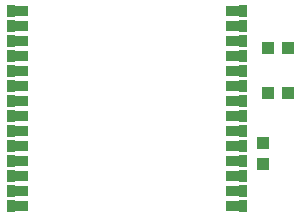
<source format=gbr>
G04 EAGLE Gerber RS-274X export*
G75*
%MOMM*%
%FSLAX34Y34*%
%LPD*%
%INSolderpaste Top*%
%IPPOS*%
%AMOC8*
5,1,8,0,0,1.08239X$1,22.5*%
G01*
%ADD10R,1.100000X1.000000*%
%ADD11R,1.000000X1.100000*%

G36*
X43690Y207299D02*
X43690Y207299D01*
X43692Y207298D01*
X43735Y207318D01*
X43779Y207336D01*
X43779Y207338D01*
X43781Y207339D01*
X43814Y207424D01*
X43814Y208314D01*
X55118Y208314D01*
X55120Y208315D01*
X55122Y208314D01*
X55165Y208334D01*
X55209Y208352D01*
X55209Y208354D01*
X55211Y208355D01*
X55244Y208440D01*
X55244Y216060D01*
X55243Y216062D01*
X55244Y216064D01*
X55224Y216107D01*
X55206Y216151D01*
X55204Y216151D01*
X55203Y216153D01*
X55118Y216186D01*
X43814Y216186D01*
X43814Y217076D01*
X43813Y217078D01*
X43814Y217080D01*
X43794Y217123D01*
X43776Y217167D01*
X43774Y217167D01*
X43773Y217169D01*
X43688Y217202D01*
X37592Y217202D01*
X37590Y217201D01*
X37588Y217202D01*
X37545Y217182D01*
X37501Y217164D01*
X37501Y217162D01*
X37499Y217161D01*
X37466Y217076D01*
X37466Y207424D01*
X37467Y207422D01*
X37466Y207420D01*
X37486Y207377D01*
X37504Y207333D01*
X37506Y207333D01*
X37507Y207331D01*
X37592Y207298D01*
X43688Y207298D01*
X43690Y207299D01*
G37*
G36*
X240032Y207299D02*
X240032Y207299D01*
X240034Y207298D01*
X240077Y207318D01*
X240121Y207336D01*
X240121Y207338D01*
X240123Y207339D01*
X240156Y207424D01*
X240156Y217076D01*
X240155Y217078D01*
X240156Y217080D01*
X240136Y217123D01*
X240118Y217167D01*
X240116Y217167D01*
X240115Y217169D01*
X240030Y217202D01*
X233934Y217202D01*
X233932Y217201D01*
X233930Y217202D01*
X233887Y217182D01*
X233843Y217164D01*
X233843Y217162D01*
X233841Y217161D01*
X233808Y217076D01*
X233808Y216186D01*
X222504Y216186D01*
X222502Y216185D01*
X222500Y216186D01*
X222457Y216166D01*
X222413Y216148D01*
X222413Y216146D01*
X222411Y216145D01*
X222378Y216060D01*
X222378Y208440D01*
X222379Y208438D01*
X222378Y208436D01*
X222398Y208393D01*
X222416Y208349D01*
X222418Y208349D01*
X222419Y208347D01*
X222504Y208314D01*
X233808Y208314D01*
X233808Y207424D01*
X233809Y207422D01*
X233808Y207420D01*
X233828Y207377D01*
X233846Y207333D01*
X233848Y207333D01*
X233849Y207331D01*
X233934Y207298D01*
X240030Y207298D01*
X240032Y207299D01*
G37*
G36*
X43690Y194599D02*
X43690Y194599D01*
X43692Y194598D01*
X43735Y194618D01*
X43779Y194636D01*
X43779Y194638D01*
X43781Y194639D01*
X43814Y194724D01*
X43814Y195614D01*
X55118Y195614D01*
X55120Y195615D01*
X55122Y195614D01*
X55165Y195634D01*
X55209Y195652D01*
X55209Y195654D01*
X55211Y195655D01*
X55244Y195740D01*
X55244Y203360D01*
X55243Y203362D01*
X55244Y203364D01*
X55224Y203407D01*
X55206Y203451D01*
X55204Y203451D01*
X55203Y203453D01*
X55118Y203486D01*
X43814Y203486D01*
X43814Y204376D01*
X43813Y204378D01*
X43814Y204380D01*
X43794Y204423D01*
X43776Y204467D01*
X43774Y204467D01*
X43773Y204469D01*
X43688Y204502D01*
X37592Y204502D01*
X37590Y204501D01*
X37588Y204502D01*
X37545Y204482D01*
X37501Y204464D01*
X37501Y204462D01*
X37499Y204461D01*
X37466Y204376D01*
X37466Y194724D01*
X37467Y194722D01*
X37466Y194720D01*
X37486Y194677D01*
X37504Y194633D01*
X37506Y194633D01*
X37507Y194631D01*
X37592Y194598D01*
X43688Y194598D01*
X43690Y194599D01*
G37*
G36*
X240032Y194599D02*
X240032Y194599D01*
X240034Y194598D01*
X240077Y194618D01*
X240121Y194636D01*
X240121Y194638D01*
X240123Y194639D01*
X240156Y194724D01*
X240156Y204376D01*
X240155Y204378D01*
X240156Y204380D01*
X240136Y204423D01*
X240118Y204467D01*
X240116Y204467D01*
X240115Y204469D01*
X240030Y204502D01*
X233934Y204502D01*
X233932Y204501D01*
X233930Y204502D01*
X233887Y204482D01*
X233843Y204464D01*
X233843Y204462D01*
X233841Y204461D01*
X233808Y204376D01*
X233808Y203486D01*
X222504Y203486D01*
X222502Y203485D01*
X222500Y203486D01*
X222457Y203466D01*
X222413Y203448D01*
X222413Y203446D01*
X222411Y203445D01*
X222378Y203360D01*
X222378Y195740D01*
X222379Y195738D01*
X222378Y195736D01*
X222398Y195693D01*
X222416Y195649D01*
X222418Y195649D01*
X222419Y195647D01*
X222504Y195614D01*
X233808Y195614D01*
X233808Y194724D01*
X233809Y194722D01*
X233808Y194720D01*
X233828Y194677D01*
X233846Y194633D01*
X233848Y194633D01*
X233849Y194631D01*
X233934Y194598D01*
X240030Y194598D01*
X240032Y194599D01*
G37*
G36*
X240032Y181899D02*
X240032Y181899D01*
X240034Y181898D01*
X240077Y181918D01*
X240121Y181936D01*
X240121Y181938D01*
X240123Y181939D01*
X240156Y182024D01*
X240156Y191676D01*
X240155Y191678D01*
X240156Y191680D01*
X240136Y191723D01*
X240118Y191767D01*
X240116Y191767D01*
X240115Y191769D01*
X240030Y191802D01*
X233934Y191802D01*
X233932Y191801D01*
X233930Y191802D01*
X233887Y191782D01*
X233843Y191764D01*
X233843Y191762D01*
X233841Y191761D01*
X233808Y191676D01*
X233808Y190786D01*
X222504Y190786D01*
X222502Y190785D01*
X222500Y190786D01*
X222457Y190766D01*
X222413Y190748D01*
X222413Y190746D01*
X222411Y190745D01*
X222378Y190660D01*
X222378Y183040D01*
X222379Y183038D01*
X222378Y183036D01*
X222398Y182993D01*
X222416Y182949D01*
X222418Y182949D01*
X222419Y182947D01*
X222504Y182914D01*
X233808Y182914D01*
X233808Y182024D01*
X233809Y182022D01*
X233808Y182020D01*
X233828Y181977D01*
X233846Y181933D01*
X233848Y181933D01*
X233849Y181931D01*
X233934Y181898D01*
X240030Y181898D01*
X240032Y181899D01*
G37*
G36*
X43690Y181899D02*
X43690Y181899D01*
X43692Y181898D01*
X43735Y181918D01*
X43779Y181936D01*
X43779Y181938D01*
X43781Y181939D01*
X43814Y182024D01*
X43814Y182914D01*
X55118Y182914D01*
X55120Y182915D01*
X55122Y182914D01*
X55165Y182934D01*
X55209Y182952D01*
X55209Y182954D01*
X55211Y182955D01*
X55244Y183040D01*
X55244Y190660D01*
X55243Y190662D01*
X55244Y190664D01*
X55224Y190707D01*
X55206Y190751D01*
X55204Y190751D01*
X55203Y190753D01*
X55118Y190786D01*
X43814Y190786D01*
X43814Y191676D01*
X43813Y191678D01*
X43814Y191680D01*
X43794Y191723D01*
X43776Y191767D01*
X43774Y191767D01*
X43773Y191769D01*
X43688Y191802D01*
X37592Y191802D01*
X37590Y191801D01*
X37588Y191802D01*
X37545Y191782D01*
X37501Y191764D01*
X37501Y191762D01*
X37499Y191761D01*
X37466Y191676D01*
X37466Y182024D01*
X37467Y182022D01*
X37466Y182020D01*
X37486Y181977D01*
X37504Y181933D01*
X37506Y181933D01*
X37507Y181931D01*
X37592Y181898D01*
X43688Y181898D01*
X43690Y181899D01*
G37*
G36*
X43690Y169199D02*
X43690Y169199D01*
X43692Y169198D01*
X43735Y169218D01*
X43779Y169236D01*
X43779Y169238D01*
X43781Y169239D01*
X43814Y169324D01*
X43814Y170214D01*
X55118Y170214D01*
X55120Y170215D01*
X55122Y170214D01*
X55165Y170234D01*
X55209Y170252D01*
X55209Y170254D01*
X55211Y170255D01*
X55244Y170340D01*
X55244Y177960D01*
X55243Y177962D01*
X55244Y177964D01*
X55224Y178007D01*
X55206Y178051D01*
X55204Y178051D01*
X55203Y178053D01*
X55118Y178086D01*
X43814Y178086D01*
X43814Y178976D01*
X43813Y178978D01*
X43814Y178980D01*
X43794Y179023D01*
X43776Y179067D01*
X43774Y179067D01*
X43773Y179069D01*
X43688Y179102D01*
X37592Y179102D01*
X37590Y179101D01*
X37588Y179102D01*
X37545Y179082D01*
X37501Y179064D01*
X37501Y179062D01*
X37499Y179061D01*
X37466Y178976D01*
X37466Y169324D01*
X37467Y169322D01*
X37466Y169320D01*
X37486Y169277D01*
X37504Y169233D01*
X37506Y169233D01*
X37507Y169231D01*
X37592Y169198D01*
X43688Y169198D01*
X43690Y169199D01*
G37*
G36*
X240032Y169199D02*
X240032Y169199D01*
X240034Y169198D01*
X240077Y169218D01*
X240121Y169236D01*
X240121Y169238D01*
X240123Y169239D01*
X240156Y169324D01*
X240156Y178976D01*
X240155Y178978D01*
X240156Y178980D01*
X240136Y179023D01*
X240118Y179067D01*
X240116Y179067D01*
X240115Y179069D01*
X240030Y179102D01*
X233934Y179102D01*
X233932Y179101D01*
X233930Y179102D01*
X233887Y179082D01*
X233843Y179064D01*
X233843Y179062D01*
X233841Y179061D01*
X233808Y178976D01*
X233808Y178086D01*
X222504Y178086D01*
X222502Y178085D01*
X222500Y178086D01*
X222457Y178066D01*
X222413Y178048D01*
X222413Y178046D01*
X222411Y178045D01*
X222378Y177960D01*
X222378Y170340D01*
X222379Y170338D01*
X222378Y170336D01*
X222398Y170293D01*
X222416Y170249D01*
X222418Y170249D01*
X222419Y170247D01*
X222504Y170214D01*
X233808Y170214D01*
X233808Y169324D01*
X233809Y169322D01*
X233808Y169320D01*
X233828Y169277D01*
X233846Y169233D01*
X233848Y169233D01*
X233849Y169231D01*
X233934Y169198D01*
X240030Y169198D01*
X240032Y169199D01*
G37*
G36*
X240032Y156499D02*
X240032Y156499D01*
X240034Y156498D01*
X240077Y156518D01*
X240121Y156536D01*
X240121Y156538D01*
X240123Y156539D01*
X240156Y156624D01*
X240156Y166276D01*
X240155Y166278D01*
X240156Y166280D01*
X240136Y166323D01*
X240118Y166367D01*
X240116Y166367D01*
X240115Y166369D01*
X240030Y166402D01*
X233934Y166402D01*
X233932Y166401D01*
X233930Y166402D01*
X233887Y166382D01*
X233843Y166364D01*
X233843Y166362D01*
X233841Y166361D01*
X233808Y166276D01*
X233808Y165386D01*
X222504Y165386D01*
X222502Y165385D01*
X222500Y165386D01*
X222457Y165366D01*
X222413Y165348D01*
X222413Y165346D01*
X222411Y165345D01*
X222378Y165260D01*
X222378Y157640D01*
X222379Y157638D01*
X222378Y157636D01*
X222398Y157593D01*
X222416Y157549D01*
X222418Y157549D01*
X222419Y157547D01*
X222504Y157514D01*
X233808Y157514D01*
X233808Y156624D01*
X233809Y156622D01*
X233808Y156620D01*
X233828Y156577D01*
X233846Y156533D01*
X233848Y156533D01*
X233849Y156531D01*
X233934Y156498D01*
X240030Y156498D01*
X240032Y156499D01*
G37*
G36*
X43690Y156499D02*
X43690Y156499D01*
X43692Y156498D01*
X43735Y156518D01*
X43779Y156536D01*
X43779Y156538D01*
X43781Y156539D01*
X43814Y156624D01*
X43814Y157514D01*
X55118Y157514D01*
X55120Y157515D01*
X55122Y157514D01*
X55165Y157534D01*
X55209Y157552D01*
X55209Y157554D01*
X55211Y157555D01*
X55244Y157640D01*
X55244Y165260D01*
X55243Y165262D01*
X55244Y165264D01*
X55224Y165307D01*
X55206Y165351D01*
X55204Y165351D01*
X55203Y165353D01*
X55118Y165386D01*
X43814Y165386D01*
X43814Y166276D01*
X43813Y166278D01*
X43814Y166280D01*
X43794Y166323D01*
X43776Y166367D01*
X43774Y166367D01*
X43773Y166369D01*
X43688Y166402D01*
X37592Y166402D01*
X37590Y166401D01*
X37588Y166402D01*
X37545Y166382D01*
X37501Y166364D01*
X37501Y166362D01*
X37499Y166361D01*
X37466Y166276D01*
X37466Y156624D01*
X37467Y156622D01*
X37466Y156620D01*
X37486Y156577D01*
X37504Y156533D01*
X37506Y156533D01*
X37507Y156531D01*
X37592Y156498D01*
X43688Y156498D01*
X43690Y156499D01*
G37*
G36*
X43690Y143799D02*
X43690Y143799D01*
X43692Y143798D01*
X43735Y143818D01*
X43779Y143836D01*
X43779Y143838D01*
X43781Y143839D01*
X43814Y143924D01*
X43814Y144814D01*
X55118Y144814D01*
X55120Y144815D01*
X55122Y144814D01*
X55165Y144834D01*
X55209Y144852D01*
X55209Y144854D01*
X55211Y144855D01*
X55244Y144940D01*
X55244Y152560D01*
X55243Y152562D01*
X55244Y152564D01*
X55224Y152607D01*
X55206Y152651D01*
X55204Y152651D01*
X55203Y152653D01*
X55118Y152686D01*
X43814Y152686D01*
X43814Y153576D01*
X43813Y153578D01*
X43814Y153580D01*
X43794Y153623D01*
X43776Y153667D01*
X43774Y153667D01*
X43773Y153669D01*
X43688Y153702D01*
X37592Y153702D01*
X37590Y153701D01*
X37588Y153702D01*
X37545Y153682D01*
X37501Y153664D01*
X37501Y153662D01*
X37499Y153661D01*
X37466Y153576D01*
X37466Y143924D01*
X37467Y143922D01*
X37466Y143920D01*
X37486Y143877D01*
X37504Y143833D01*
X37506Y143833D01*
X37507Y143831D01*
X37592Y143798D01*
X43688Y143798D01*
X43690Y143799D01*
G37*
G36*
X240032Y143799D02*
X240032Y143799D01*
X240034Y143798D01*
X240077Y143818D01*
X240121Y143836D01*
X240121Y143838D01*
X240123Y143839D01*
X240156Y143924D01*
X240156Y153576D01*
X240155Y153578D01*
X240156Y153580D01*
X240136Y153623D01*
X240118Y153667D01*
X240116Y153667D01*
X240115Y153669D01*
X240030Y153702D01*
X233934Y153702D01*
X233932Y153701D01*
X233930Y153702D01*
X233887Y153682D01*
X233843Y153664D01*
X233843Y153662D01*
X233841Y153661D01*
X233808Y153576D01*
X233808Y152686D01*
X222504Y152686D01*
X222502Y152685D01*
X222500Y152686D01*
X222457Y152666D01*
X222413Y152648D01*
X222413Y152646D01*
X222411Y152645D01*
X222378Y152560D01*
X222378Y144940D01*
X222379Y144938D01*
X222378Y144936D01*
X222398Y144893D01*
X222416Y144849D01*
X222418Y144849D01*
X222419Y144847D01*
X222504Y144814D01*
X233808Y144814D01*
X233808Y143924D01*
X233809Y143922D01*
X233808Y143920D01*
X233828Y143877D01*
X233846Y143833D01*
X233848Y143833D01*
X233849Y143831D01*
X233934Y143798D01*
X240030Y143798D01*
X240032Y143799D01*
G37*
G36*
X43690Y131099D02*
X43690Y131099D01*
X43692Y131098D01*
X43735Y131118D01*
X43779Y131136D01*
X43779Y131138D01*
X43781Y131139D01*
X43814Y131224D01*
X43814Y132114D01*
X55118Y132114D01*
X55120Y132115D01*
X55122Y132114D01*
X55165Y132134D01*
X55209Y132152D01*
X55209Y132154D01*
X55211Y132155D01*
X55244Y132240D01*
X55244Y139860D01*
X55243Y139862D01*
X55244Y139864D01*
X55224Y139907D01*
X55206Y139951D01*
X55204Y139951D01*
X55203Y139953D01*
X55118Y139986D01*
X43814Y139986D01*
X43814Y140876D01*
X43813Y140878D01*
X43814Y140880D01*
X43794Y140923D01*
X43776Y140967D01*
X43774Y140967D01*
X43773Y140969D01*
X43688Y141002D01*
X37592Y141002D01*
X37590Y141001D01*
X37588Y141002D01*
X37545Y140982D01*
X37501Y140964D01*
X37501Y140962D01*
X37499Y140961D01*
X37466Y140876D01*
X37466Y131224D01*
X37467Y131222D01*
X37466Y131220D01*
X37486Y131177D01*
X37504Y131133D01*
X37506Y131133D01*
X37507Y131131D01*
X37592Y131098D01*
X43688Y131098D01*
X43690Y131099D01*
G37*
G36*
X240032Y131099D02*
X240032Y131099D01*
X240034Y131098D01*
X240077Y131118D01*
X240121Y131136D01*
X240121Y131138D01*
X240123Y131139D01*
X240156Y131224D01*
X240156Y140876D01*
X240155Y140878D01*
X240156Y140880D01*
X240136Y140923D01*
X240118Y140967D01*
X240116Y140967D01*
X240115Y140969D01*
X240030Y141002D01*
X233934Y141002D01*
X233932Y141001D01*
X233930Y141002D01*
X233887Y140982D01*
X233843Y140964D01*
X233843Y140962D01*
X233841Y140961D01*
X233808Y140876D01*
X233808Y139986D01*
X222504Y139986D01*
X222502Y139985D01*
X222500Y139986D01*
X222457Y139966D01*
X222413Y139948D01*
X222413Y139946D01*
X222411Y139945D01*
X222378Y139860D01*
X222378Y132240D01*
X222379Y132238D01*
X222378Y132236D01*
X222398Y132193D01*
X222416Y132149D01*
X222418Y132149D01*
X222419Y132147D01*
X222504Y132114D01*
X233808Y132114D01*
X233808Y131224D01*
X233809Y131222D01*
X233808Y131220D01*
X233828Y131177D01*
X233846Y131133D01*
X233848Y131133D01*
X233849Y131131D01*
X233934Y131098D01*
X240030Y131098D01*
X240032Y131099D01*
G37*
G36*
X43690Y118399D02*
X43690Y118399D01*
X43692Y118398D01*
X43735Y118418D01*
X43779Y118436D01*
X43779Y118438D01*
X43781Y118439D01*
X43814Y118524D01*
X43814Y119414D01*
X55118Y119414D01*
X55120Y119415D01*
X55122Y119414D01*
X55165Y119434D01*
X55209Y119452D01*
X55209Y119454D01*
X55211Y119455D01*
X55244Y119540D01*
X55244Y127160D01*
X55243Y127162D01*
X55244Y127164D01*
X55224Y127207D01*
X55206Y127251D01*
X55204Y127251D01*
X55203Y127253D01*
X55118Y127286D01*
X43814Y127286D01*
X43814Y128176D01*
X43813Y128178D01*
X43814Y128180D01*
X43794Y128223D01*
X43776Y128267D01*
X43774Y128267D01*
X43773Y128269D01*
X43688Y128302D01*
X37592Y128302D01*
X37590Y128301D01*
X37588Y128302D01*
X37545Y128282D01*
X37501Y128264D01*
X37501Y128262D01*
X37499Y128261D01*
X37466Y128176D01*
X37466Y118524D01*
X37467Y118522D01*
X37466Y118520D01*
X37486Y118477D01*
X37504Y118433D01*
X37506Y118433D01*
X37507Y118431D01*
X37592Y118398D01*
X43688Y118398D01*
X43690Y118399D01*
G37*
G36*
X240032Y118399D02*
X240032Y118399D01*
X240034Y118398D01*
X240077Y118418D01*
X240121Y118436D01*
X240121Y118438D01*
X240123Y118439D01*
X240156Y118524D01*
X240156Y128176D01*
X240155Y128178D01*
X240156Y128180D01*
X240136Y128223D01*
X240118Y128267D01*
X240116Y128267D01*
X240115Y128269D01*
X240030Y128302D01*
X233934Y128302D01*
X233932Y128301D01*
X233930Y128302D01*
X233887Y128282D01*
X233843Y128264D01*
X233843Y128262D01*
X233841Y128261D01*
X233808Y128176D01*
X233808Y127286D01*
X222504Y127286D01*
X222502Y127285D01*
X222500Y127286D01*
X222457Y127266D01*
X222413Y127248D01*
X222413Y127246D01*
X222411Y127245D01*
X222378Y127160D01*
X222378Y119540D01*
X222379Y119538D01*
X222378Y119536D01*
X222398Y119493D01*
X222416Y119449D01*
X222418Y119449D01*
X222419Y119447D01*
X222504Y119414D01*
X233808Y119414D01*
X233808Y118524D01*
X233809Y118522D01*
X233808Y118520D01*
X233828Y118477D01*
X233846Y118433D01*
X233848Y118433D01*
X233849Y118431D01*
X233934Y118398D01*
X240030Y118398D01*
X240032Y118399D01*
G37*
G36*
X43690Y105699D02*
X43690Y105699D01*
X43692Y105698D01*
X43735Y105718D01*
X43779Y105736D01*
X43779Y105738D01*
X43781Y105739D01*
X43814Y105824D01*
X43814Y106714D01*
X55118Y106714D01*
X55120Y106715D01*
X55122Y106714D01*
X55165Y106734D01*
X55209Y106752D01*
X55209Y106754D01*
X55211Y106755D01*
X55244Y106840D01*
X55244Y114460D01*
X55243Y114462D01*
X55244Y114464D01*
X55224Y114507D01*
X55206Y114551D01*
X55204Y114551D01*
X55203Y114553D01*
X55118Y114586D01*
X43814Y114586D01*
X43814Y115476D01*
X43813Y115478D01*
X43814Y115480D01*
X43794Y115523D01*
X43776Y115567D01*
X43774Y115567D01*
X43773Y115569D01*
X43688Y115602D01*
X37592Y115602D01*
X37590Y115601D01*
X37588Y115602D01*
X37545Y115582D01*
X37501Y115564D01*
X37501Y115562D01*
X37499Y115561D01*
X37466Y115476D01*
X37466Y105824D01*
X37467Y105822D01*
X37466Y105820D01*
X37486Y105777D01*
X37504Y105733D01*
X37506Y105733D01*
X37507Y105731D01*
X37592Y105698D01*
X43688Y105698D01*
X43690Y105699D01*
G37*
G36*
X240032Y105699D02*
X240032Y105699D01*
X240034Y105698D01*
X240077Y105718D01*
X240121Y105736D01*
X240121Y105738D01*
X240123Y105739D01*
X240156Y105824D01*
X240156Y115476D01*
X240155Y115478D01*
X240156Y115480D01*
X240136Y115523D01*
X240118Y115567D01*
X240116Y115567D01*
X240115Y115569D01*
X240030Y115602D01*
X233934Y115602D01*
X233932Y115601D01*
X233930Y115602D01*
X233887Y115582D01*
X233843Y115564D01*
X233843Y115562D01*
X233841Y115561D01*
X233808Y115476D01*
X233808Y114586D01*
X222504Y114586D01*
X222502Y114585D01*
X222500Y114586D01*
X222457Y114566D01*
X222413Y114548D01*
X222413Y114546D01*
X222411Y114545D01*
X222378Y114460D01*
X222378Y106840D01*
X222379Y106838D01*
X222378Y106836D01*
X222398Y106793D01*
X222416Y106749D01*
X222418Y106749D01*
X222419Y106747D01*
X222504Y106714D01*
X233808Y106714D01*
X233808Y105824D01*
X233809Y105822D01*
X233808Y105820D01*
X233828Y105777D01*
X233846Y105733D01*
X233848Y105733D01*
X233849Y105731D01*
X233934Y105698D01*
X240030Y105698D01*
X240032Y105699D01*
G37*
G36*
X240032Y92999D02*
X240032Y92999D01*
X240034Y92998D01*
X240077Y93018D01*
X240121Y93036D01*
X240121Y93038D01*
X240123Y93039D01*
X240156Y93124D01*
X240156Y102776D01*
X240155Y102778D01*
X240156Y102780D01*
X240136Y102823D01*
X240118Y102867D01*
X240116Y102867D01*
X240115Y102869D01*
X240030Y102902D01*
X233934Y102902D01*
X233932Y102901D01*
X233930Y102902D01*
X233887Y102882D01*
X233843Y102864D01*
X233843Y102862D01*
X233841Y102861D01*
X233808Y102776D01*
X233808Y101886D01*
X222504Y101886D01*
X222502Y101885D01*
X222500Y101886D01*
X222457Y101866D01*
X222413Y101848D01*
X222413Y101846D01*
X222411Y101845D01*
X222378Y101760D01*
X222378Y94140D01*
X222379Y94138D01*
X222378Y94136D01*
X222398Y94093D01*
X222416Y94049D01*
X222418Y94049D01*
X222419Y94047D01*
X222504Y94014D01*
X233808Y94014D01*
X233808Y93124D01*
X233809Y93122D01*
X233808Y93120D01*
X233828Y93077D01*
X233846Y93033D01*
X233848Y93033D01*
X233849Y93031D01*
X233934Y92998D01*
X240030Y92998D01*
X240032Y92999D01*
G37*
G36*
X43690Y92999D02*
X43690Y92999D01*
X43692Y92998D01*
X43735Y93018D01*
X43779Y93036D01*
X43779Y93038D01*
X43781Y93039D01*
X43814Y93124D01*
X43814Y94014D01*
X55118Y94014D01*
X55120Y94015D01*
X55122Y94014D01*
X55165Y94034D01*
X55209Y94052D01*
X55209Y94054D01*
X55211Y94055D01*
X55244Y94140D01*
X55244Y101760D01*
X55243Y101762D01*
X55244Y101764D01*
X55224Y101807D01*
X55206Y101851D01*
X55204Y101851D01*
X55203Y101853D01*
X55118Y101886D01*
X43814Y101886D01*
X43814Y102776D01*
X43813Y102778D01*
X43814Y102780D01*
X43794Y102823D01*
X43776Y102867D01*
X43774Y102867D01*
X43773Y102869D01*
X43688Y102902D01*
X37592Y102902D01*
X37590Y102901D01*
X37588Y102902D01*
X37545Y102882D01*
X37501Y102864D01*
X37501Y102862D01*
X37499Y102861D01*
X37466Y102776D01*
X37466Y93124D01*
X37467Y93122D01*
X37466Y93120D01*
X37486Y93077D01*
X37504Y93033D01*
X37506Y93033D01*
X37507Y93031D01*
X37592Y92998D01*
X43688Y92998D01*
X43690Y92999D01*
G37*
G36*
X43690Y80299D02*
X43690Y80299D01*
X43692Y80298D01*
X43735Y80318D01*
X43779Y80336D01*
X43779Y80338D01*
X43781Y80339D01*
X43814Y80424D01*
X43814Y81314D01*
X55118Y81314D01*
X55120Y81315D01*
X55122Y81314D01*
X55165Y81334D01*
X55209Y81352D01*
X55209Y81354D01*
X55211Y81355D01*
X55244Y81440D01*
X55244Y89060D01*
X55243Y89062D01*
X55244Y89064D01*
X55224Y89107D01*
X55206Y89151D01*
X55204Y89151D01*
X55203Y89153D01*
X55118Y89186D01*
X43814Y89186D01*
X43814Y90076D01*
X43813Y90078D01*
X43814Y90080D01*
X43794Y90123D01*
X43776Y90167D01*
X43774Y90167D01*
X43773Y90169D01*
X43688Y90202D01*
X37592Y90202D01*
X37590Y90201D01*
X37588Y90202D01*
X37545Y90182D01*
X37501Y90164D01*
X37501Y90162D01*
X37499Y90161D01*
X37466Y90076D01*
X37466Y80424D01*
X37467Y80422D01*
X37466Y80420D01*
X37486Y80377D01*
X37504Y80333D01*
X37506Y80333D01*
X37507Y80331D01*
X37592Y80298D01*
X43688Y80298D01*
X43690Y80299D01*
G37*
G36*
X240032Y80299D02*
X240032Y80299D01*
X240034Y80298D01*
X240077Y80318D01*
X240121Y80336D01*
X240121Y80338D01*
X240123Y80339D01*
X240156Y80424D01*
X240156Y90076D01*
X240155Y90078D01*
X240156Y90080D01*
X240136Y90123D01*
X240118Y90167D01*
X240116Y90167D01*
X240115Y90169D01*
X240030Y90202D01*
X233934Y90202D01*
X233932Y90201D01*
X233930Y90202D01*
X233887Y90182D01*
X233843Y90164D01*
X233843Y90162D01*
X233841Y90161D01*
X233808Y90076D01*
X233808Y89186D01*
X222504Y89186D01*
X222502Y89185D01*
X222500Y89186D01*
X222457Y89166D01*
X222413Y89148D01*
X222413Y89146D01*
X222411Y89145D01*
X222378Y89060D01*
X222378Y81440D01*
X222379Y81438D01*
X222378Y81436D01*
X222398Y81393D01*
X222416Y81349D01*
X222418Y81349D01*
X222419Y81347D01*
X222504Y81314D01*
X233808Y81314D01*
X233808Y80424D01*
X233809Y80422D01*
X233808Y80420D01*
X233828Y80377D01*
X233846Y80333D01*
X233848Y80333D01*
X233849Y80331D01*
X233934Y80298D01*
X240030Y80298D01*
X240032Y80299D01*
G37*
G36*
X43690Y67599D02*
X43690Y67599D01*
X43692Y67598D01*
X43735Y67618D01*
X43779Y67636D01*
X43779Y67638D01*
X43781Y67639D01*
X43814Y67724D01*
X43814Y68614D01*
X55118Y68614D01*
X55120Y68615D01*
X55122Y68614D01*
X55165Y68634D01*
X55209Y68652D01*
X55209Y68654D01*
X55211Y68655D01*
X55244Y68740D01*
X55244Y76360D01*
X55243Y76362D01*
X55244Y76364D01*
X55224Y76407D01*
X55206Y76451D01*
X55204Y76451D01*
X55203Y76453D01*
X55118Y76486D01*
X43814Y76486D01*
X43814Y77376D01*
X43813Y77378D01*
X43814Y77380D01*
X43794Y77423D01*
X43776Y77467D01*
X43774Y77467D01*
X43773Y77469D01*
X43688Y77502D01*
X37592Y77502D01*
X37590Y77501D01*
X37588Y77502D01*
X37545Y77482D01*
X37501Y77464D01*
X37501Y77462D01*
X37499Y77461D01*
X37466Y77376D01*
X37466Y67724D01*
X37467Y67722D01*
X37466Y67720D01*
X37486Y67677D01*
X37504Y67633D01*
X37506Y67633D01*
X37507Y67631D01*
X37592Y67598D01*
X43688Y67598D01*
X43690Y67599D01*
G37*
G36*
X240032Y67599D02*
X240032Y67599D01*
X240034Y67598D01*
X240077Y67618D01*
X240121Y67636D01*
X240121Y67638D01*
X240123Y67639D01*
X240156Y67724D01*
X240156Y77376D01*
X240155Y77378D01*
X240156Y77380D01*
X240136Y77423D01*
X240118Y77467D01*
X240116Y77467D01*
X240115Y77469D01*
X240030Y77502D01*
X233934Y77502D01*
X233932Y77501D01*
X233930Y77502D01*
X233887Y77482D01*
X233843Y77464D01*
X233843Y77462D01*
X233841Y77461D01*
X233808Y77376D01*
X233808Y76486D01*
X222504Y76486D01*
X222502Y76485D01*
X222500Y76486D01*
X222457Y76466D01*
X222413Y76448D01*
X222413Y76446D01*
X222411Y76445D01*
X222378Y76360D01*
X222378Y68740D01*
X222379Y68738D01*
X222378Y68736D01*
X222398Y68693D01*
X222416Y68649D01*
X222418Y68649D01*
X222419Y68647D01*
X222504Y68614D01*
X233808Y68614D01*
X233808Y67724D01*
X233809Y67722D01*
X233808Y67720D01*
X233828Y67677D01*
X233846Y67633D01*
X233848Y67633D01*
X233849Y67631D01*
X233934Y67598D01*
X240030Y67598D01*
X240032Y67599D01*
G37*
G36*
X240032Y54899D02*
X240032Y54899D01*
X240034Y54898D01*
X240077Y54918D01*
X240121Y54936D01*
X240121Y54938D01*
X240123Y54939D01*
X240156Y55024D01*
X240156Y64676D01*
X240155Y64678D01*
X240156Y64680D01*
X240136Y64723D01*
X240118Y64767D01*
X240116Y64767D01*
X240115Y64769D01*
X240030Y64802D01*
X233934Y64802D01*
X233932Y64801D01*
X233930Y64802D01*
X233887Y64782D01*
X233843Y64764D01*
X233843Y64762D01*
X233841Y64761D01*
X233808Y64676D01*
X233808Y63786D01*
X222504Y63786D01*
X222502Y63785D01*
X222500Y63786D01*
X222457Y63766D01*
X222413Y63748D01*
X222413Y63746D01*
X222411Y63745D01*
X222378Y63660D01*
X222378Y56040D01*
X222379Y56038D01*
X222378Y56036D01*
X222398Y55993D01*
X222416Y55949D01*
X222418Y55949D01*
X222419Y55947D01*
X222504Y55914D01*
X233808Y55914D01*
X233808Y55024D01*
X233809Y55022D01*
X233808Y55020D01*
X233828Y54977D01*
X233846Y54933D01*
X233848Y54933D01*
X233849Y54931D01*
X233934Y54898D01*
X240030Y54898D01*
X240032Y54899D01*
G37*
G36*
X43690Y54899D02*
X43690Y54899D01*
X43692Y54898D01*
X43735Y54918D01*
X43779Y54936D01*
X43779Y54938D01*
X43781Y54939D01*
X43814Y55024D01*
X43814Y55914D01*
X55118Y55914D01*
X55120Y55915D01*
X55122Y55914D01*
X55165Y55934D01*
X55209Y55952D01*
X55209Y55954D01*
X55211Y55955D01*
X55244Y56040D01*
X55244Y63660D01*
X55243Y63662D01*
X55244Y63664D01*
X55224Y63707D01*
X55206Y63751D01*
X55204Y63751D01*
X55203Y63753D01*
X55118Y63786D01*
X43814Y63786D01*
X43814Y64676D01*
X43813Y64678D01*
X43814Y64680D01*
X43794Y64723D01*
X43776Y64767D01*
X43774Y64767D01*
X43773Y64769D01*
X43688Y64802D01*
X37592Y64802D01*
X37590Y64801D01*
X37588Y64802D01*
X37545Y64782D01*
X37501Y64764D01*
X37501Y64762D01*
X37499Y64761D01*
X37466Y64676D01*
X37466Y55024D01*
X37467Y55022D01*
X37466Y55020D01*
X37486Y54977D01*
X37504Y54933D01*
X37506Y54933D01*
X37507Y54931D01*
X37592Y54898D01*
X43688Y54898D01*
X43690Y54899D01*
G37*
G36*
X240032Y42199D02*
X240032Y42199D01*
X240034Y42198D01*
X240077Y42218D01*
X240121Y42236D01*
X240121Y42238D01*
X240123Y42239D01*
X240156Y42324D01*
X240156Y51976D01*
X240155Y51978D01*
X240156Y51980D01*
X240136Y52023D01*
X240118Y52067D01*
X240116Y52067D01*
X240115Y52069D01*
X240030Y52102D01*
X233934Y52102D01*
X233932Y52101D01*
X233930Y52102D01*
X233887Y52082D01*
X233843Y52064D01*
X233843Y52062D01*
X233841Y52061D01*
X233808Y51976D01*
X233808Y51086D01*
X222504Y51086D01*
X222502Y51085D01*
X222500Y51086D01*
X222457Y51066D01*
X222413Y51048D01*
X222413Y51046D01*
X222411Y51045D01*
X222378Y50960D01*
X222378Y43340D01*
X222379Y43338D01*
X222378Y43336D01*
X222398Y43293D01*
X222416Y43249D01*
X222418Y43249D01*
X222419Y43247D01*
X222504Y43214D01*
X233808Y43214D01*
X233808Y42324D01*
X233809Y42322D01*
X233808Y42320D01*
X233828Y42277D01*
X233846Y42233D01*
X233848Y42233D01*
X233849Y42231D01*
X233934Y42198D01*
X240030Y42198D01*
X240032Y42199D01*
G37*
G36*
X43690Y42199D02*
X43690Y42199D01*
X43692Y42198D01*
X43735Y42218D01*
X43779Y42236D01*
X43779Y42238D01*
X43781Y42239D01*
X43814Y42324D01*
X43814Y43214D01*
X55118Y43214D01*
X55120Y43215D01*
X55122Y43214D01*
X55165Y43234D01*
X55209Y43252D01*
X55209Y43254D01*
X55211Y43255D01*
X55244Y43340D01*
X55244Y50960D01*
X55243Y50962D01*
X55244Y50964D01*
X55224Y51007D01*
X55206Y51051D01*
X55204Y51051D01*
X55203Y51053D01*
X55118Y51086D01*
X43814Y51086D01*
X43814Y51976D01*
X43813Y51978D01*
X43814Y51980D01*
X43794Y52023D01*
X43776Y52067D01*
X43774Y52067D01*
X43773Y52069D01*
X43688Y52102D01*
X37592Y52102D01*
X37590Y52101D01*
X37588Y52102D01*
X37545Y52082D01*
X37501Y52064D01*
X37501Y52062D01*
X37499Y52061D01*
X37466Y51976D01*
X37466Y42324D01*
X37467Y42322D01*
X37466Y42320D01*
X37486Y42277D01*
X37504Y42233D01*
X37506Y42233D01*
X37507Y42231D01*
X37592Y42198D01*
X43688Y42198D01*
X43690Y42199D01*
G37*
D10*
X258200Y142400D03*
X275200Y142400D03*
X258200Y180500D03*
X275200Y180500D03*
D11*
X254000Y100100D03*
X254000Y83100D03*
M02*

</source>
